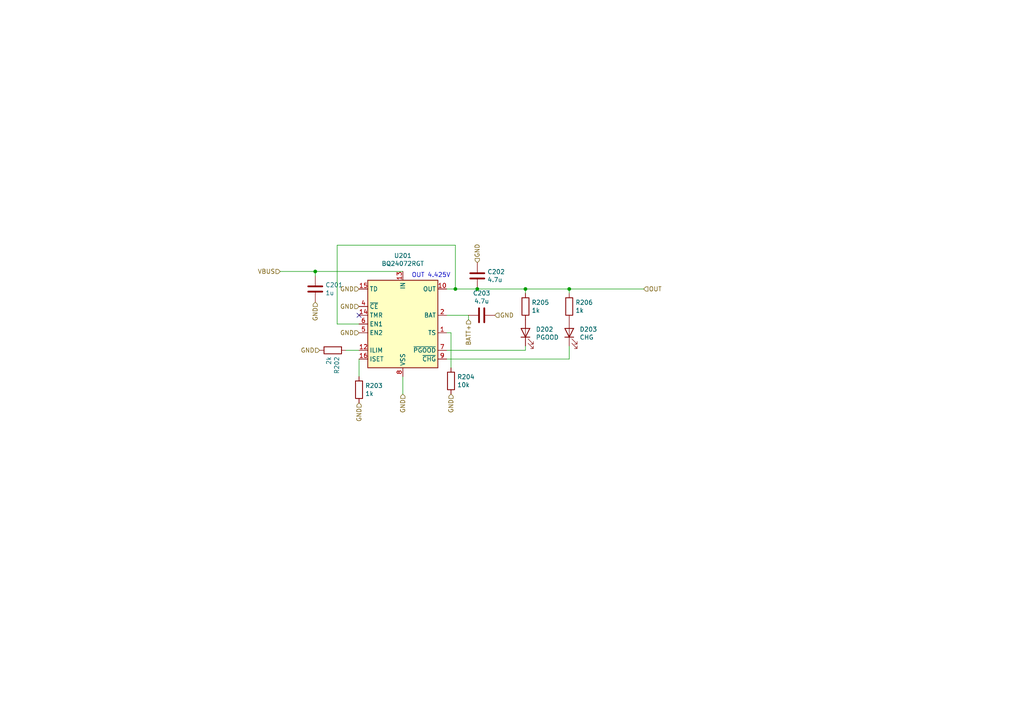
<source format=kicad_sch>
(kicad_sch (version 20211123) (generator eeschema)
  (paper "A4")
  (lib_symbols
    (symbol "Battery_Management:BQ24072RGT"
      (property "Reference" "U" (at -8.89 13.97 0))
      (property "Value" "BQ24072RGT" (at 16.51 13.97 0))
      (symbol "BQ24072RGT_0_1"
        (rectangle (start -10.16 12.7) (end 10.16 -12.7) (stroke (width 0.254)) (fill (type background)))
      )
      (symbol "BQ24072RGT_1_1"
        (pin passive line (at 12.7 -2.54 180) (length 2.54) (name "TS") (number "1"))
        (pin power_out line (at 12.7 10.16 180) (length 2.54) (name "OUT") (number "10"))
        (pin passive line (at 12.7 10.16 180) (length 2.54) hide (name "OUT") (number "11"))
        (pin passive line (at -12.7 -7.62 0) (length 2.54) (name "ILIM") (number "12"))
        (pin power_in line (at 0 15.24 270) (length 2.54) (name "IN") (number "13"))
        (pin input line (at -12.7 2.54 0) (length 2.54) (name "TMR") (number "14"))
        (pin input line (at -12.7 10.16 0) (length 2.54) (name "TD") (number "15"))
        (pin passive line (at -12.7 -10.16 0) (length 2.54) (name "ISET") (number "16"))
        (pin passive line (at 0 -15.24 90) (length 2.54) hide (name "VSS") (number "17"))
        (pin power_out line (at 12.7 2.54 180) (length 2.54) (name "BAT") (number "2"))
        (pin passive line (at 12.7 2.54 180) (length 2.54) hide (name "BAT") (number "3"))
        (pin input line (at -12.7 5.08 0) (length 2.54) (name "~{CE}") (number "4"))
        (pin input line (at -12.7 -2.54 0) (length 2.54) (name "EN2") (number "5"))
        (pin input line (at -12.7 0 0) (length 2.54) (name "EN1") (number "6"))
        (pin open_collector line (at 12.7 -7.62 180) (length 2.54) (name "~{PGOOD}") (number "7"))
        (pin power_in line (at 0 -15.24 90) (length 2.54) (name "VSS") (number "8"))
        (pin open_collector line (at 12.7 -10.16 180) (length 2.54) (name "~{CHG}") (number "9"))
      )
    )
    (symbol "Device:C" (pin_numbers hide) (pin_names (offset 0.254))
      (property "Reference" "C" (at 0.635 2.54 0))
      (property "Value" "C" (at 0.635 -2.54 0))
      (symbol "C_0_1"
        (polyline (pts (xy -2.032 -0.762) (xy 2.032 -0.762)) (stroke (width 0.508)))
        (polyline (pts (xy -2.032 0.762) (xy 2.032 0.762)) (stroke (width 0.508)))
      )
      (symbol "C_1_1"
        (pin passive line (at 0 3.81 270) (length 2.794) (name "~") (number "1"))
        (pin passive line (at 0 -3.81 90) (length 2.794) (name "~") (number "2"))
      )
    )
    (symbol "Device:LED" (pin_numbers hide) (pin_names (offset 1.016) hide)
      (property "Reference" "D" (at 0 2.54 0))
      (property "Value" "LED" (at 0 -2.54 0))
      (symbol "LED_0_1"
        (polyline (pts (xy -1.27 -1.27) (xy -1.27 1.27)) (stroke (width 0.254)))
        (polyline (pts (xy -1.27 0) (xy 1.27 0)))
        (polyline (pts (xy 1.27 -1.27) (xy 1.27 1.27) (xy -1.27 0) (xy 1.27 -1.27)) (stroke (width 0.254)))
        (polyline (pts (xy -3.048 -0.762) (xy -4.572 -2.286) (xy -3.81 -2.286) (xy -4.572 -2.286) (xy -4.572 -1.524)))
        (polyline (pts (xy -1.778 -0.762) (xy -3.302 -2.286) (xy -2.54 -2.286) (xy -3.302 -2.286) (xy -3.302 -1.524)))
      )
      (symbol "LED_1_1"
        (pin passive line (at -3.81 0 0) (length 2.54) (name "K") (number "1"))
        (pin passive line (at 3.81 0 180) (length 2.54) (name "A") (number "2"))
      )
    )
    (symbol "Device:R" (pin_numbers hide) (pin_names (offset 0))
      (property "Reference" "R" (at 2.032 0 90))
      (property "Value" "R" (at 0 0 90))
      (symbol "R_0_1"
        (rectangle (start -1.016 -2.54) (end 1.016 2.54) (stroke (width 0.254)))
      )
      (symbol "R_1_1"
        (pin passive line (at 0 3.81 270) (length 1.27) (name "~") (number "1"))
        (pin passive line (at 0 -3.81 90) (length 1.27) (name "~") (number "2"))
      )
    )
  )
  (junction (at 152.4 83.82))
  (junction (at 165.1 83.82))
  (junction (at 138.43 83.82))
  (junction (at 132.08 83.82))
  (junction (at 91.44 78.74))
  (no_connect (at 104.14 91.44))
  (wire (pts (xy 152.4 85.09) (xy 152.4 83.82)))
  (wire (pts (xy 165.1 104.14) (xy 165.1 100.33)))
  (wire (pts (xy 97.79 93.98) (xy 104.14 93.98)))
  (wire (pts (xy 129.54 104.14) (xy 165.1 104.14)))
  (wire (pts (xy 152.4 83.82) (xy 165.1 83.82)))
  (wire (pts (xy 138.43 83.82) (xy 152.4 83.82)))
  (wire (pts (xy 100.33 101.6) (xy 104.14 101.6)))
  (wire (pts (xy 135.89 92.71) (xy 135.89 91.44)))
  (wire (pts (xy 97.79 71.12) (xy 132.08 71.12)))
  (wire (pts (xy 116.84 114.3) (xy 116.84 109.22)))
  (wire (pts (xy 152.4 100.33) (xy 152.4 101.6)))
  (wire (pts (xy 132.08 83.82) (xy 138.43 83.82)))
  (wire (pts (xy 81.28 78.74) (xy 91.44 78.74)))
  (wire (pts (xy 132.08 71.12) (xy 132.08 83.82)))
  (wire (pts (xy 91.44 80.01) (xy 91.44 78.74)))
  (wire (pts (xy 104.14 104.14) (xy 104.14 109.22)))
  (wire (pts (xy 152.4 101.6) (xy 129.54 101.6)))
  (wire (pts (xy 165.1 83.82) (xy 165.1 85.09)))
  (wire (pts (xy 165.1 83.82) (xy 186.69 83.82)))
  (wire (pts (xy 130.81 96.52) (xy 129.54 96.52)))
  (wire (pts (xy 129.54 91.44) (xy 135.89 91.44)))
  (wire (pts (xy 91.44 78.74) (xy 116.84 78.74)))
  (wire (pts (xy 97.79 93.98) (xy 97.79 71.12)))
  (wire (pts (xy 130.81 106.68) (xy 130.81 96.52)))
  (wire (pts (xy 129.54 83.82) (xy 132.08 83.82)))
  (text "OUT 4.425V" (at 130.6988 80.6641 180) (effects (font (size 1.27 1.27)) (justify right bottom)))
  (hierarchical_label "BATT+" (shape input) (at 135.89 92.71 270))
  (hierarchical_label "GND" (shape input) (at 104.14 83.82 180))
  (hierarchical_label "GND" (shape input) (at 91.44 87.63 270))
  (hierarchical_label "OUT" (shape input) (at 186.69 83.82 0))
  (hierarchical_label "GND" (shape input) (at 104.14 96.52 180))
  (hierarchical_label "GND" (shape input) (at 138.43 76.2 90))
  (hierarchical_label "GND" (shape input) (at 104.14 116.84 270))
  (hierarchical_label "VBUS" (shape input) (at 81.28 78.74 180))
  (hierarchical_label "GND" (shape input) (at 104.14 88.9 180))
  (hierarchical_label "GND" (shape input) (at 92.71 101.6 180))
  (hierarchical_label "GND" (shape input) (at 116.84 114.3 270))
  (hierarchical_label "GND" (shape input) (at 143.51 91.44 0))
  (hierarchical_label "GND" (shape input) (at 130.81 114.3 270))
  (symbol (lib_id "Device:C") (at 139.7 91.44 270) (unit 1)
    (property "Reference" "C203" (at 139.7 85.0392 90))
    (property "Value" "4.7u" (at 139.7 87.3506 90))
    (property "Footprint" "Capacitor_SMD:C_0603_1608Metric" (effects hide))
    (property "LCSC Part" "C19666" (effects hide))
  )
  (symbol (lib_id "Device:R") (at 152.4 88.9 0) (unit 1)
    (property "Reference" "R205" (at 154.178 87.7316 0) (effects (justify left)))
    (property "Value" "1k" (at 154.178 90.043 0) (effects (justify left)))
    (property "Footprint" "Resistor_SMD:R_0603_1608Metric" (effects hide))
    (property "LCSC Part" "C21190" (effects hide))
  )
  (symbol (lib_id "Device:R") (at 130.81 110.49 180) (unit 1)
    (property "Reference" "R204" (at 132.588 109.3216 0) (effects (justify right)))
    (property "Value" "10k" (at 132.588 111.633 0) (effects (justify right)))
    (property "Footprint" "Resistor_SMD:R_0603_1608Metric" (effects hide))
    (property "LCSC Part" "C25804" (effects hide))
  )
  (symbol (lib_id "Device:C") (at 138.43 80.01 0) (unit 1)
    (property "Reference" "C202" (at 141.351 78.8416 0) (effects (justify left)))
    (property "Value" "4.7u" (at 141.351 81.153 0) (effects (justify left)))
    (property "Footprint" "Capacitor_SMD:C_0603_1608Metric" (effects hide))
    (property "LCSC Part" "C19666" (effects hide))
  )
  (symbol (lib_id "Device:C") (at 91.44 83.82 0) (unit 1)
    (property "Reference" "C201" (at 94.361 82.6516 0) (effects (justify left)))
    (property "Value" "1u" (at 94.361 84.963 0) (effects (justify left)))
    (property "Footprint" "Capacitor_SMD:C_0603_1608Metric" (effects hide))
    (property "LCSC Part" "C15849" (effects hide))
  )
  (symbol (lib_id "Device:R") (at 104.14 113.03 0) (unit 1)
    (property "Reference" "R203" (at 105.918 111.8616 0) (effects (justify left)))
    (property "Value" "1k" (at 105.918 114.173 0) (effects (justify left)))
    (property "Footprint" "Resistor_SMD:R_0603_1608Metric" (effects hide))
    (property "LCSC Part" "C21190" (effects hide))
  )
  (symbol (lib_id "Device:LED") (at 165.1 96.52 90) (unit 1)
    (property "Reference" "D203" (at 168.0972 95.5294 90) (effects (justify right)))
    (property "Value" "CHG" (at 168.0972 97.8408 90) (effects (justify right)))
    (property "Footprint" "LED_SMD:LED_0805_2012Metric" (effects hide))
    (property "LCSC Part" "C84256" (effects hide))
  )
  (symbol (lib_id "Device:R") (at 96.52 101.6 270) (unit 1)
    (property "Reference" "R202" (at 97.6884 103.378 0) (effects (justify left)))
    (property "Value" "2k" (at 95.377 103.378 0) (effects (justify left)))
    (property "Footprint" "Resistor_SMD:R_0603_1608Metric" (effects hide))
    (property "LCSC Part" "C22975" (effects hide))
  )
  (symbol (lib_id "Device:LED") (at 152.4 96.52 90) (unit 1)
    (property "Reference" "D202" (at 155.3972 95.5294 90) (effects (justify right)))
    (property "Value" "PGOOD" (at 155.3972 97.8408 90) (effects (justify right)))
    (property "Footprint" "LED_SMD:LED_0603_1608Metric" (effects hide))
    (property "LCSC Part" "C72043" (effects hide))
  )
  (symbol (lib_id "Battery_Management:BQ24072RGT") (at 116.84 93.98 0) (unit 1)
    (property "Reference" "U201" (at 116.84 74.1426 0))
    (property "Value" "BQ24072RGT" (at 116.84 76.454 0))
    (property "Footprint" "Package_DFN_QFN:VQFN-16-1EP_3x3mm_P0.5mm_EP1.6x1.6mm" (effects hide))
    (property "Datasheet" "http://www.ti.com/lit/ds/symlink/bq24072.pdf" (effects hide))
    (property "LCSC Part" "C140288" (effects hide))
  )
  (symbol (lib_id "Device:R") (at 165.1 88.9 0) (unit 1)
    (property "Reference" "R206" (at 166.878 87.7316 0) (effects (justify left)))
    (property "Value" "1k" (at 166.878 90.043 0) (effects (justify left)))
    (property "Footprint" "Resistor_SMD:R_0603_1608Metric" (effects hide))
    (property "LCSC Part" "C21190" (effects hide))
  )
)
</source>
